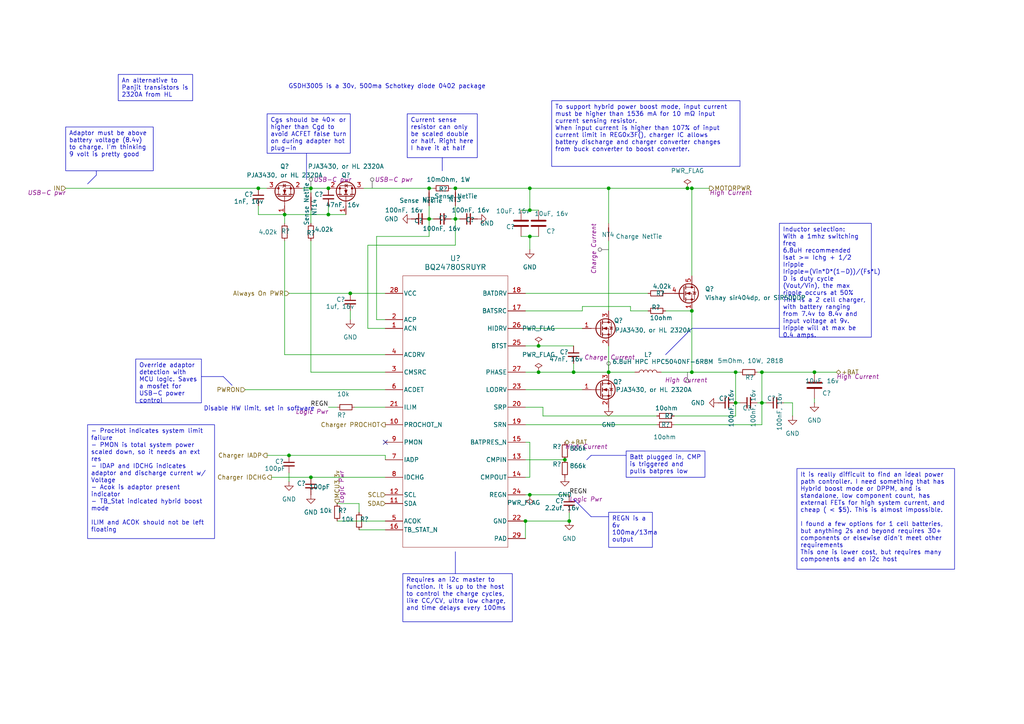
<source format=kicad_sch>
(kicad_sch (version 20231120) (generator "eeschema") (generator_version "8.0")
  (paper "A4")
  (title_block (title "CACKLE 2s 40A PSU & Charger") (date "2024-12-23") (rev "V1") (company "Author: Asher Edwards") (comment 1 "Licensed under CERN-OHL-S"))
  (lib_symbols
    (symbol "BQ24780s:BQ24780SRUYR" (pin_names (offset 0.254))
      (property "Reference" "U4" (at 0 43.18 0))
      (property "Value" "BQ24780SRUYR" (at 0 40.64 0))
      (symbol "BQ24780SRUYR_0_1"
        (polyline (pts (xy -15.24 -40.64) (xy 15.24 -40.64)) (stroke (width 0.1016)))
        (polyline (pts (xy -15.24 38.1) (xy -15.24 -40.64)) (stroke (width 0.1016)))
        (polyline (pts (xy 15.24 -40.64) (xy 15.24 38.1)) (stroke (width 0.1016)))
        (polyline (pts (xy 15.24 38.1) (xy -15.24 38.1)) (stroke (width 0.1016)))
        (pin input line (at -20.32 22.86 0) (length 5.08) (name "ACN") (number "1"))
        (pin output line (at -20.32 -5.08 0) (length 5.08) (name "PROCHOT_N") (number "10"))
        (pin bidirectional line (at -20.32 -27.94 0) (length 5.08) (name "SDA") (number "11"))
        (pin bidirectional line (at -20.32 -25.4 0) (length 5.08) (name "SCL") (number "12"))
        (pin input line (at 20.32 -15.24 180) (length 5.08) (name "CMPIN") (number "13"))
        (pin output line (at 20.32 -20.32 180) (length 5.08) (name "CMPOUT") (number "14"))
        (pin input line (at 20.32 -10.16 180) (length 5.08) (name "BATPRES_N") (number "15"))
        (pin input line (at -20.32 -35.56 0) (length 5.08) (name "TB_STAT_N") (number "16"))
        (pin output line (at 20.32 27.94 180) (length 5.08) (name "BATSRC") (number "17"))
        (pin input line (at 20.32 33.02 180) (length 5.08) (name "BATDRV") (number "18"))
        (pin input line (at 20.32 -5.08 180) (length 5.08) (name "SRN") (number "19"))
        (pin input line (at -20.32 25.4 0) (length 5.08) (name "ACP") (number "2"))
        (pin input line (at 20.32 0 180) (length 5.08) (name "SRP") (number "20"))
        (pin input line (at -20.32 0 0) (length 5.08) (name "ILIM") (number "21"))
        (pin power_in line (at 20.32 -33.02 180) (length 5.08) (name "GND") (number "22"))
        (pin output line (at 20.32 5.08 180) (length 5.08) (name "LODRV") (number "23"))
        (pin power_in line (at 20.32 -25.4 180) (length 5.08) (name "REGN") (number "24"))
        (pin power_in line (at 20.32 17.78 180) (length 5.08) (name "BTST") (number "25"))
        (pin power_in line (at 20.32 10.16 180) (length 5.08) (name "PHASE") (number "27"))
        (pin power_in line (at -20.32 33.02 0) (length 5.08) (name "VCC") (number "28"))
        (pin power_in line (at 20.32 -38.1 180) (length 5.08) (name "PAD") (number "29"))
        (pin input line (at -20.32 10.16 0) (length 5.08) (name "CMSRC") (number "3"))
        (pin output line (at -20.32 15.24 0) (length 5.08) (name "ACDRV") (number "4"))
        (pin output line (at -20.32 -33.02 0) (length 5.08) (name "ACOK") (number "5"))
        (pin input line (at -20.32 5.08 0) (length 5.08) (name "ACDET") (number "6"))
        (pin output line (at -20.32 -15.24 0) (length 5.08) (name "IADP") (number "7"))
        (pin output line (at -20.32 -20.32 0) (length 5.08) (name "IDCHG") (number "8"))
        (pin output line (at -20.32 -10.16 0) (length 5.08) (name "PMON") (number "9"))
      )
      (symbol "BQ24780SRUYR_1_1"
        (pin output line (at 20.32 22.86 180) (length 5.08) (name "HIDRV") (number "26"))
      )
    )
    (symbol "Device:C" (pin_numbers hide) (pin_names (offset 0.254))
      (property "Reference" "C" (at 0.635 2.54 0))
      (property "Value" "C" (at 0.635 -2.54 0))
      (symbol "C_0_1"
        (polyline (pts (xy -2.032 -0.762) (xy 2.032 -0.762)) (stroke (width 0.508)))
        (polyline (pts (xy -2.032 0.762) (xy 2.032 0.762)) (stroke (width 0.508)))
      )
      (symbol "C_1_1"
        (pin passive line (at 0 3.81 270) (length 2.794) (name "~") (number "1"))
        (pin passive line (at 0 -3.81 90) (length 2.794) (name "~") (number "2"))
      )
    )
    (symbol "Device:C_Small" (pin_numbers hide) (pin_names (offset 0.254) hide)
      (property "Reference" "C" (at 0.254 1.778 0))
      (property "Value" "C_Small" (at 0.254 -2.032 0))
      (symbol "C_Small_0_1"
        (polyline (pts (xy -1.524 -0.508) (xy 1.524 -0.508)) (stroke (width 0.3302)))
        (polyline (pts (xy -1.524 0.508) (xy 1.524 0.508)) (stroke (width 0.3048)))
      )
      (symbol "C_Small_1_1"
        (pin passive line (at 0 2.54 270) (length 2.032) (name "~") (number "1"))
        (pin passive line (at 0 -2.54 90) (length 2.032) (name "~") (number "2"))
      )
    )
    (symbol "Device:L" (pin_numbers hide) (pin_names (offset 1.016) hide)
      (property "Reference" "L" (at -1.27 0 90))
      (property "Value" "L" (at 1.905 0 90))
      (symbol "L_0_1"
        (arc (start 0 -2.54) (mid 0.6323 -1.905) (end 0 -1.27))
        (arc (start 0 -1.27) (mid 0.6323 -0.635) (end 0 0))
        (arc (start 0 0) (mid 0.6323 0.635) (end 0 1.27))
        (arc (start 0 1.27) (mid 0.6323 1.905) (end 0 2.54))
      )
      (symbol "L_1_1"
        (pin passive line (at 0 3.81 270) (length 1.27) (name "1") (number "1"))
        (pin passive line (at 0 -3.81 90) (length 1.27) (name "2") (number "2"))
      )
    )
    (symbol "Device:NetTie_2" (pin_numbers hide) (pin_names (offset 0) hide) (in_bom no)
      (property "Reference" "NT" (at 0 1.27 0))
      (property "Value" "NetTie_2" (at 0 -1.27 0))
      (symbol "NetTie_2_0_1"
        (polyline (pts (xy -1.27 0) (xy 1.27 0)) (stroke (width 0.254)))
      )
      (symbol "NetTie_2_1_1"
        (pin passive line (at -2.54 0 0) (length 2.54) (name "1") (number "1"))
        (pin passive line (at 2.54 0 180) (length 2.54) (name "2") (number "2"))
      )
    )
    (symbol "Device:Q_NMOS_GSD" (pin_names (offset 0) hide)
      (property "Reference" "Q" (at 5.08 1.27 0))
      (property "Value" "Q_NMOS_GSD" (at 5.08 -1.27 0))
      (symbol "Q_NMOS_GSD_0_1"
        (polyline (pts (xy 0.254 0) (xy -2.54 0)))
        (polyline (pts (xy 0.254 1.905) (xy 0.254 -1.905)) (stroke (width 0.254)))
        (polyline (pts (xy 0.762 -1.27) (xy 0.762 -2.286)) (stroke (width 0.254)))
        (polyline (pts (xy 0.762 0.508) (xy 0.762 -0.508)) (stroke (width 0.254)))
        (polyline (pts (xy 0.762 2.286) (xy 0.762 1.27)) (stroke (width 0.254)))
        (polyline (pts (xy 2.54 2.54) (xy 2.54 1.778)))
        (polyline (pts (xy 2.54 -2.54) (xy 2.54 0) (xy 0.762 0)))
        (polyline (pts (xy 0.762 -1.778) (xy 3.302 -1.778) (xy 3.302 1.778) (xy 0.762 1.778)))
        (polyline (pts (xy 1.016 0) (xy 2.032 0.381) (xy 2.032 -0.381) (xy 1.016 0)) (fill (type outline)))
        (polyline (pts (xy 2.794 0.508) (xy 2.921 0.381) (xy 3.683 0.381) (xy 3.81 0.254)))
        (polyline (pts (xy 3.302 0.381) (xy 2.921 -0.254) (xy 3.683 -0.254) (xy 3.302 0.381)))
        (circle (center 1.651 0) (radius 2.794) (stroke (width 0.254)))
        (circle (center 2.54 -1.778) (radius 0.254) (fill (type outline)))
        (circle (center 2.54 1.778) (radius 0.254) (fill (type outline)))
      )
      (symbol "Q_NMOS_GSD_1_1"
        (pin input line (at -5.08 0 0) (length 2.54) (name "G") (number "1"))
        (pin passive line (at 2.54 -5.08 90) (length 2.54) (name "S") (number "2"))
        (pin passive line (at 2.54 5.08 270) (length 2.54) (name "D") (number "3"))
      )
    )
    (symbol "Device:R_Small" (pin_numbers hide) (pin_names (offset 0.254) hide)
      (property "Reference" "R" (at 0.762 0.508 0))
      (property "Value" "R_Small" (at 0.762 -1.016 0))
      (symbol "R_Small_0_1"
        (rectangle (start -0.762 1.778) (end 0.762 -1.778) (stroke (width 0.2032)))
      )
      (symbol "R_Small_1_1"
        (pin passive line (at 0 2.54 270) (length 0.762) (name "~") (number "1"))
        (pin passive line (at 0 -2.54 90) (length 0.762) (name "~") (number "2"))
      )
    )
    (symbol "custom_Device:Q_NMOS_SGD_8-pin" (pin_names (offset 0) hide)
      (property "Reference" "Q" (at 6.35 1.2701 0))
      (property "Value" "Q_NMOS_SGD_8-pin" (at 6.35 -1.2699 0))
      (symbol "Q_NMOS_SGD_8-pin_0_1"
        (polyline (pts (xy 0.254 0) (xy -2.54 0)))
        (polyline (pts (xy 0.254 1.905) (xy 0.254 -1.905)) (stroke (width 0.254)))
        (polyline (pts (xy 0.762 -1.27) (xy 0.762 -2.286)) (stroke (width 0.254)))
        (polyline (pts (xy 0.762 0.508) (xy 0.762 -0.508)) (stroke (width 0.254)))
        (polyline (pts (xy 0.762 2.286) (xy 0.762 1.27)) (stroke (width 0.254)))
        (polyline (pts (xy 2.54 2.54) (xy 2.54 1.778)))
        (polyline (pts (xy 2.54 -2.54) (xy 2.54 0) (xy 0.762 0)))
        (polyline (pts (xy 0.762 -1.778) (xy 3.302 -1.778) (xy 3.302 1.778) (xy 0.762 1.778)))
        (polyline (pts (xy 1.016 0) (xy 2.032 0.381) (xy 2.032 -0.381) (xy 1.016 0)) (fill (type outline)))
        (polyline (pts (xy 2.794 0.508) (xy 2.921 0.381) (xy 3.683 0.381) (xy 3.81 0.254)))
        (polyline (pts (xy 3.302 0.381) (xy 2.921 -0.254) (xy 3.683 -0.254) (xy 3.302 0.381)))
        (circle (center 1.651 0) (radius 2.794) (stroke (width 0.254)))
        (circle (center 2.54 -1.778) (radius 0.254) (fill (type outline)))
        (circle (center 2.54 1.778) (radius 0.254) (fill (type outline)))
      )
      (symbol "Q_NMOS_SGD_8-pin_1_1"
        (pin passive line (at 2.54 -5.08 90) (length 2.54) (name "S") (number "1"))
        (pin passive line (at 2.54 -5.08 90) (length 2.54) hide (name "S") (number "2"))
        (pin passive line (at 2.54 -5.08 90) (length 2.54) hide (name "S") (number "3"))
        (pin input line (at -5.08 0 0) (length 5.08) (name "G") (number "4"))
        (pin passive line (at 2.54 5.08 270) (length 2.54) (name "D") (number "5"))
        (pin passive line (at 2.54 5.08 270) (length 2.54) hide (name "D") (number "6"))
        (pin passive line (at 2.54 5.08 270) (length 2.54) hide (name "D") (number "7"))
        (pin passive line (at 2.54 5.08 270) (length 2.54) hide (name "D") (number "8"))
      )
    )
    (symbol "power:GND" (power) (pin_numbers hide) (pin_names (offset 0) hide)
      (property "Value" "GND" (at 0 -3.81 0))
      (symbol "GND_0_1"
        (polyline (pts (xy 0 0) (xy 0 -1.27) (xy 1.27 -1.27) (xy 0 -2.54) (xy -1.27 -1.27) (xy 0 -1.27)))
      )
      (symbol "GND_1_1"
        (pin power_in line (at 0 0 270) (length 0) (name "~") (number "1"))
      )
    )
    (symbol "power:PWR_FLAG" (power) (pin_numbers hide) (pin_names (offset 0) hide)
      (property "Value" "PWR_FLAG" (at 0 3.81 0))
      (symbol "PWR_FLAG_0_0"
        (pin power_out line (at 0 0 90) (length 0) (name "~") (number "1"))
      )
      (symbol "PWR_FLAG_0_1"
        (polyline (pts (xy 0 0) (xy 0 1.27) (xy -1.016 1.905) (xy 0 2.54) (xy 1.016 1.905) (xy 0 1.27)))
      )
    )
  )
  (junction (at 101.6 85.09))
  (junction (at 90.17 54.61))
  (junction (at 95.25 62.23))
  (junction (at 132.08 54.61))
  (junction (at 153.67 68.58))
  (junction (at 220.98 107.95))
  (junction (at 200.66 107.95))
  (junction (at 156.21 107.95))
  (junction (at 95.25 54.61))
  (junction (at 124.46 54.61))
  (junction (at 220.98 116.84))
  (junction (at 74.93 54.61))
  (junction (at 163.83 133.35))
  (junction (at 213.36 107.95))
  (junction (at 132.08 63.5))
  (junction (at 200.66 54.61))
  (junction (at 153.67 54.61))
  (junction (at 82.55 62.23))
  (junction (at 153.67 143.51))
  (junction (at 90.17 138.43))
  (junction (at 156.21 100.33))
  (junction (at 124.46 63.5))
  (junction (at 200.66 90.17))
  (junction (at 176.53 107.95))
  (junction (at 166.37 107.95))
  (junction (at 199.39 54.61))
  (junction (at 176.53 54.61))
  (junction (at 236.22 107.95))
  (junction (at 153.67 60.96))
  (junction (at 165.1 151.13))
  (junction (at 152.4 151.13))
  (junction (at 83.82 132.08))
  (junction (at 213.36 116.84))
  (no_connect (at 111.76 128.27))
  (polyline (pts (xy 58.42 109.22) (xy 64.77 109.22)))
  (polyline (pts (xy 27.94 49.53) (xy 27.94 50.8)))
  (wire (pts (xy 236.22 115.57) (xy 236.22 116.84)))
  (wire (pts (xy 153.67 138.43) (xy 153.67 128.27)))
  (wire (pts (xy 152.4 100.33) (xy 156.21 100.33)))
  (polyline (pts (xy 132.08 160.02) (xy 132.08 166.37)))
  (wire (pts (xy 200.66 90.17) (xy 200.66 107.95)))
  (wire (pts (xy 157.48 120.65) (xy 190.5 120.65)))
  (wire (pts (xy 124.46 63.5) (xy 124.46 68.58)))
  (wire (pts (xy 227.33 116.84) (xy 229.87 116.84)))
  (wire (pts (xy 153.67 54.61) (xy 132.08 54.61)))
  (wire (pts (xy 153.67 68.58) (xy 156.21 68.58)))
  (wire (pts (xy 152.4 156.21) (xy 152.4 151.13)))
  (wire (pts (xy 229.87 120.65) (xy 229.87 116.84)))
  (wire (pts (xy 104.14 153.67) (xy 111.76 153.67)))
  (wire (pts (xy 152.4 85.09) (xy 187.96 85.09)))
  (wire (pts (xy 109.22 68.58) (xy 109.22 92.71)))
  (polyline (pts (xy 64.77 109.22) (xy 67.31 111.76)))
  (wire (pts (xy 105.41 54.61) (xy 124.46 54.61)))
  (wire (pts (xy 106.68 71.12) (xy 132.08 71.12)))
  (wire (pts (xy 124.46 54.61) (xy 125.73 54.61)))
  (wire (pts (xy 90.17 138.43) (xy 111.76 138.43)))
  (wire (pts (xy 151.13 60.96) (xy 153.67 60.96)))
  (polyline (pts (xy 166.37 144.78) (xy 171.45 149.86)))
  (wire (pts (xy 157.48 118.11) (xy 157.48 120.65)))
  (wire (pts (xy 82.55 102.87) (xy 111.76 102.87)))
  (wire (pts (xy 176.53 100.33) (xy 176.53 107.95)))
  (polyline (pts (xy 193.04 102.87) (xy 200.66 95.25)))
  (wire (pts (xy 19.05 54.61) (xy 74.93 54.61)))
  (wire (pts (xy 130.81 54.61) (xy 132.08 54.61)))
  (polyline (pts (xy 181.61 132.08) (xy 171.45 132.08)))
  (polyline (pts (xy 176.53 149.86) (xy 171.45 149.86)))
  (wire (pts (xy 176.53 90.17) (xy 176.53 69.85)))
  (wire (pts (xy 132.08 63.5) (xy 132.08 71.12)))
  (wire (pts (xy 74.93 62.23) (xy 82.55 62.23)))
  (wire (pts (xy 220.98 107.95) (xy 236.22 107.95)))
  (wire (pts (xy 152.4 95.25) (xy 168.91 95.25)))
  (wire (pts (xy 176.53 54.61) (xy 199.39 54.61)))
  (wire (pts (xy 90.17 69.85) (xy 90.17 107.95)))
  (wire (pts (xy 111.76 133.35) (xy 111.76 132.08)))
  (wire (pts (xy 152.4 107.95) (xy 156.21 107.95)))
  (wire (pts (xy 132.08 59.69) (xy 132.08 63.5)))
  (wire (pts (xy 83.82 132.08) (xy 111.76 132.08)))
  (wire (pts (xy 152.4 113.03) (xy 168.91 113.03)))
  (wire (pts (xy 156.21 107.95) (xy 166.37 107.95)))
  (wire (pts (xy 219.71 116.84) (xy 220.98 116.84)))
  (wire (pts (xy 74.93 54.61) (xy 77.47 54.61)))
  (wire (pts (xy 205.74 54.61) (xy 200.66 54.61)))
  (wire (pts (xy 195.58 123.19) (xy 220.98 123.19)))
  (wire (pts (xy 182.88 88.9) (xy 182.88 90.17)))
  (wire (pts (xy 213.36 107.95) (xy 213.36 116.84)))
  (wire (pts (xy 101.6 85.09) (xy 111.76 85.09)))
  (wire (pts (xy 220.98 123.19) (xy 220.98 116.84)))
  (wire (pts (xy 184.15 107.95) (xy 176.53 107.95)))
  (wire (pts (xy 153.67 143.51) (xy 165.1 143.51)))
  (wire (pts (xy 152.4 138.43) (xy 153.67 138.43)))
  (wire (pts (xy 151.13 68.58) (xy 153.67 68.58)))
  (wire (pts (xy 193.04 90.17) (xy 200.66 90.17)))
  (wire (pts (xy 71.12 113.03) (xy 111.76 113.03)))
  (wire (pts (xy 168.91 88.9) (xy 168.91 90.17)))
  (wire (pts (xy 176.53 64.77) (xy 176.53 54.61)))
  (wire (pts (xy 200.66 54.61) (xy 199.39 54.61)))
  (wire (pts (xy 83.82 137.16) (xy 83.82 139.7)))
  (wire (pts (xy 153.67 68.58) (xy 153.67 72.39)))
  (wire (pts (xy 195.58 120.65) (xy 213.36 120.65)))
  (wire (pts (xy 104.14 148.59) (xy 104.14 146.05)))
  (wire (pts (xy 130.81 63.5) (xy 132.08 63.5)))
  (wire (pts (xy 191.77 107.95) (xy 200.66 107.95)))
  (wire (pts (xy 101.6 90.17) (xy 101.6 92.71)))
  (wire (pts (xy 153.67 54.61) (xy 176.53 54.61)))
  (wire (pts (xy 77.47 132.08) (xy 83.82 132.08)))
  (wire (pts (xy 95.25 62.23) (xy 100.33 62.23)))
  (polyline (pts (xy 170.18 133.35) (xy 171.45 132.08)))
  (wire (pts (xy 152.4 133.35) (xy 163.83 133.35)))
  (wire (pts (xy 124.46 63.5) (xy 125.73 63.5)))
  (wire (pts (xy 152.4 118.11) (xy 157.48 118.11)))
  (polyline (pts (xy 226.06 95.25) (xy 200.66 95.25)))
  (wire (pts (xy 200.66 107.95) (xy 213.36 107.95)))
  (wire (pts (xy 95.25 59.69) (xy 95.25 62.23)))
  (wire (pts (xy 109.22 92.71) (xy 111.76 92.71)))
  (wire (pts (xy 87.63 54.61) (xy 90.17 54.61)))
  (wire (pts (xy 168.91 90.17) (xy 152.4 90.17)))
  (wire (pts (xy 82.55 62.23) (xy 95.25 62.23)))
  (wire (pts (xy 213.36 107.95) (xy 214.63 107.95)))
  (wire (pts (xy 213.36 116.84) (xy 214.63 116.84)))
  (wire (pts (xy 83.82 85.09) (xy 101.6 85.09)))
  (wire (pts (xy 152.4 123.19) (xy 190.5 123.19)))
  (wire (pts (xy 152.4 143.51) (xy 153.67 143.51)))
  (wire (pts (xy 111.76 95.25) (xy 106.68 95.25)))
  (wire (pts (xy 82.55 69.85) (xy 82.55 102.87)))
  (wire (pts (xy 168.91 88.9) (xy 182.88 88.9)))
  (wire (pts (xy 219.71 107.95) (xy 220.98 107.95)))
  (wire (pts (xy 90.17 60.96) (xy 90.17 64.77)))
  (wire (pts (xy 124.46 68.58) (xy 109.22 68.58)))
  (wire (pts (xy 213.36 120.65) (xy 213.36 116.84)))
  (wire (pts (xy 153.67 60.96) (xy 153.67 54.61)))
  (wire (pts (xy 166.37 107.95) (xy 176.53 107.95)))
  (wire (pts (xy 220.98 116.84) (xy 222.25 116.84)))
  (wire (pts (xy 97.79 151.13) (xy 111.76 151.13)))
  (wire (pts (xy 111.76 107.95) (xy 90.17 107.95)))
  (wire (pts (xy 152.4 151.13) (xy 165.1 151.13)))
  (wire (pts (xy 95.25 118.11) (xy 97.79 118.11)))
  (wire (pts (xy 90.17 54.61) (xy 90.17 55.88)))
  (polyline (pts (xy 88.9 44.45) (xy 88.9 52.07)))
  (wire (pts (xy 156.21 100.33) (xy 166.37 100.33)))
  (wire (pts (xy 152.4 128.27) (xy 153.67 128.27)))
  (wire (pts (xy 97.79 146.05) (xy 104.14 146.05)))
  (wire (pts (xy 220.98 107.95) (xy 220.98 116.84)))
  (wire (pts (xy 236.22 107.95) (xy 242.57 107.95)))
  (wire (pts (xy 166.37 107.95) (xy 166.37 105.41)))
  (wire (pts (xy 200.66 54.61) (xy 200.66 80.01)))
  (wire (pts (xy 132.08 63.5) (xy 133.35 63.5)))
  (wire (pts (xy 74.93 59.69) (xy 74.93 62.23)))
  (polyline (pts (xy 128.27 45.72) (xy 128.27 49.53)))
  (wire (pts (xy 78.74 138.43) (xy 90.17 138.43)))
  (wire (pts (xy 102.87 118.11) (xy 111.76 118.11)))
  (wire (pts (xy 90.17 54.61) (xy 95.25 54.61)))
  (polyline (pts (xy 25.4 53.34) (xy 27.94 50.8)))
  (wire (pts (xy 124.46 59.69) (xy 124.46 63.5)))
  (wire (pts (xy 82.55 62.23) (xy 82.55 64.77)))
  (wire (pts (xy 106.68 95.25) (xy 106.68 71.12)))
  (wire (pts (xy 153.67 60.96) (xy 156.21 60.96)))
  (wire (pts (xy 165.1 148.59) (xy 165.1 151.13)))
  (wire (pts (xy 182.88 90.17) (xy 187.96 90.17)))
  (text_box "To support hybrid power boost mode, input current must be higher than 1536 mA for 10 mΩ input current sensing resistor.\nWhen input current is higher than 107% of input current limit in REG0x3F(), charger IC allows\nbattery discharge and charger converter changes from buck converter to boost converter." (at 160.02 29.21 0) (size 54.61 19.05) (effects (font (size 1.27 1.27)) (justify left top)))
  (text_box "Batt plugged in, CMP is triggered and pulls batpres low" (at 181.61 130.81 0) (size 22.86 7.62) (effects (font (size 1.27 1.27)) (justify left top)))
  (text_box "Inductor selection:\nWith a 1mhz switching freq \n6.8uH recommended\nIsat >= Ichg + 1/2 Iripple\nIripple=(Vin*D*(1-D))/(Fs*L)\nD is duty cycle (Vout/Vin), the max ripple occurs at 50%\nThis is a 2 cell charger, with battery ranging from 7.4v to 8.4v and input voltage at 9v.\nIripple will at max be 0.4 amps." (at 226.06 64.77 0) (size 26.67 33.02) (effects (font (size 1.27 1.27)) (justify left top)))
  (text_box "It is really difficult to find an ideal power path controller. I need something that has Hybrid boost mode or DPPM, and is standalone, low component count, has external FETs for high system current, and cheap ( < $5). This is almost impossible. \n\nI found a few options for 1 cell batteries, but anything 2s and beyond requires 30+ components or elsewise didn't meet other requirements\nThis one is lower cost, but requires many components and an i2c host" (at 231.14 135.89 0) (size 45.72 29.21) (effects (font (size 1.27 1.27)) (justify left top)))
  (text_box "Requires an i2c master to function. It is up to the host to control the charge cycles, like CC/CV, ultra low charge, and time delays every 100ms" (at 116.84 166.37 0) (size 31.75 13.97) (effects (font (size 1.27 1.27)) (justify left top)))
  (text_box "Cgs should be 40× or higher than Cgd to avoid ACFET false turn on during adapter hot plug-in" (at 77.47 33.02 0) (size 24.13 11.43) (effects (font (size 1.27 1.27)) (justify left top)))
  (text_box "Current sense resistor can only be scaled double or half. Right here I have it at half" (at 118.11 33.02 0) (size 20.32 12.7) (effects (font (size 1.27 1.27)) (justify left top)))
  (text_box "Override adaptor detection with MCU logic. Saves a mosfet for USB-C power control" (at 39.37 104.14 0) (size 19.05 12.7) (effects (font (size 1.27 1.27)) (justify left top)))
  (text_box "Adaptor must be above battery voltage (8.4v) to charge. I'm thinking 9 volt is pretty good" (at 19.05 36.83 0) (size 25.4 12.7) (effects (font (size 1.27 1.27)) (justify left top)))
  (text_box "REGN is a 6v 100ma/13ma output" (at 176.53 148.59 0) (size 12.7 10.16) (effects (font (size 1.27 1.27)) (justify left top)))
  (text_box "An alternative to Panjit transistors is 2320A from HL" (at 34.29 21.59 0) (size 21.59 7.62) (effects (font (size 1.27 1.27)) (justify left top)))
  (text_box "- ProcHot indicates system limit failure\n- PMON is total system power scaled down, so it needs an ext res\n- IDAP and IDCHG indicates adaptor and discharge current w/ Voltage\n- Acok is adaptor present indicator\n- TB_Stat indicated hybrid boost mode\n\nILIM and ACOK should not be left floating " (at 25.4 123.19 0) (size 36.83 33.02) (effects (font (size 1.27 1.27)) (justify left top)))
  (text "GSDH3005 is a 30v, 500ma Schotkey diode 0402 package" (at 112.268 25.146 0) (effects (font (size 1.27 1.27))))
  (text "Disable HW limit, set in software" (at 75.184 118.618 0) (effects (font (size 1.27 1.27))))
  (label "REGN" (at 165.1 143.51 0) (property "Netclass" "Logic Pwr" (at 165.1 144.78 0) (effects (font (italic yes)) (justify left))))
  (label "REGN" (at 95.25 118.11 180) (property "Netclass" "Logic Pwr" (at 95.25 119.38 0) (effects (font (italic yes)) (justify right))))
  (hierarchical_label "SDA" (shape input) (at 111.76 146.05 180))
  (hierarchical_label "MOTORPWR" (shape output) (at 205.74 54.61 0) (property "Netclass" "High Current" (at 205.74 55.88 0) (effects (font (italic yes)) (justify left))))
  (hierarchical_label "Charger IADP" (shape output) (at 77.47 132.08 180))
  (hierarchical_label "IN" (shape input) (at 19.05 54.61 180) (property "Netclass" "USB-C pwr" (at 19.05 55.88 0) (effects (font (italic yes)) (justify right))))
  (hierarchical_label "Charger PROCHOT" (shape output) (at 111.76 123.19 180))
  (hierarchical_label "+BAT" (shape bidirectional) (at 242.57 107.95 0) (property "Netclass" "High Current" (at 242.57 109.22 0) (effects (font (italic yes)) (justify left))))
  (hierarchical_label "SCL" (shape input) (at 111.76 143.51 180))
  (hierarchical_label "Charger IDCHG" (shape output) (at 78.74 138.43 180))
  (hierarchical_label "PWRON" (shape input) (at 71.12 113.03 180))
  (hierarchical_label "+BAT" (shape bidirectional) (at 163.83 128.27 0) (property "Netclass" "High Current" (at 163.83 129.54 0) (effects (font (italic yes)) (justify left))))
  (hierarchical_label "MCU3.3v" (shape input) (at 97.79 146.05 90) (property "Netclass" "Logic Pwr" (at 99.06 146.05 90) (effects (font (italic yes)) (justify left))))
  (hierarchical_label "Always On PWR" (shape input) (at 83.82 85.09 180))
  (netclass_flag "" (length 2.54) (shape round) (at 176.53 72.39 90) (property "Netclass" "Charge Current" (at 172.212 79.502 90) (effects (font (italic yes)) (justify left))))
  (netclass_flag "" (length 2.54) (shape round) (at 107.95 54.61 0) (property "Netclass" "USB-C pwr" (at 108.6485 52.07 0) (effects (font (italic yes)) (justify left))))
  (netclass_flag "" (length 2.54) (shape round) (at 176.53 107.95 0) (property "Netclass" "Charge Current" (at 169.418 103.632 0) (effects (font (italic yes)) (justify left))))
  (netclass_flag "" (length 2.54) (shape round) (at 199.39 107.95 180) (property "Netclass" "High Current" (at 192.786 110.236 0) (effects (font (italic yes)) (justify left))))
  (netclass_flag "" (length 2.54) (shape round) (at 90.17 54.61 0) (property "Netclass" "USB-C pwr" (at 90.8685 52.07 0) (effects (font (italic yes)) (justify left))))
  (symbol (lib_id "Device:Q_NMOS_GSD") (at 173.99 113.03 0) (unit 1)
    (property "Reference" "Q?" (at 177.8 110.744 0) (effects (justify left)))
    (property "Value" "PJA3430, or HL 2320A" (at 178.562 113.03 0) (effects (justify left)))
    (property "Footprint" "Package_TO_SOT_SMD:SC-59" (effects (hide yes)))
    (property "Description" "N-MOSFET transistor, gate/source/drain" (effects (hide yes)))
    (property "Sim.Device" "NMOS" (effects (hide yes)))
    (property "Sim.Type" "VDMOS" (effects (hide yes)))
    (property "Sim.Pins" "1=D 2=G 3=S" (effects (hide yes)))
    (property "Rotation Offset" "180" (effects (hide yes)))
  )
  (symbol (lib_id "Device:R_Small") (at 193.04 123.19 270) (unit 1)
    (property "Reference" "R?" (at 193.04 123.19 90))
    (property "Value" "10ohm" (at 192.786 126.746 90))
    (property "Footprint" "Resistor_SMD:R_0402_1005Metric" (effects (hide yes)))
    (property "Description" "Resistor, small symbol" (effects (hide yes)))
  )
  (symbol (lib_id "power:GND") (at 101.6 92.71 0) (unit 1)
    (property "Reference" "#PWR?" (effects (hide yes)))
    (property "Value" "GND" (at 101.6 97.79 0))
    (property "Description" "Power symbol creates a global label with name \"GND\" , ground" (effects (hide yes)))
  )
  (symbol (lib_id "Device:C_Small") (at 95.25 57.15 0) (unit 1)
    (property "Reference" "C?" (at 91.186 56.388 0) (effects (justify left)))
    (property "Value" "47nF, 16v" (at 94.488 59.436 0) (effects (justify left)))
    (property "Footprint" "Capacitor_SMD:C_0603_1608Metric" (effects (hide yes)))
    (property "Description" "Unpolarized capacitor, small symbol" (effects (hide yes)))
  )
  (symbol (lib_id "power:GND") (at 83.82 139.7 0) (unit 1)
    (property "Reference" "#PWR?" (effects (hide yes)))
    (property "Value" "GND" (at 83.82 144.78 0))
    (property "Description" "Power symbol creates a global label with name \"GND\" , ground" (effects (hide yes)))
  )
  (symbol (lib_id "Device:R_Small") (at 163.83 135.89 180) (unit 1)
    (property "Reference" "R?" (at 161.544 134.62 0))
    (property "Value" "866k" (at 167.64 135.128 0))
    (property "Footprint" "Resistor_SMD:R_0402_1005Metric" (effects (hide yes)))
    (property "Description" "Resistor, small symbol" (effects (hide yes)))
  )
  (symbol (lib_id "Device:R_Small") (at 217.17 107.95 270) (unit 1)
    (property "Reference" "R?" (at 217.424 109.474 90))
    (property "Value" "5mOhm, 10W, 2818" (at 217.678 104.648 90))
    (property "Footprint" "custom_Passives:R_Vishay_2818" (effects (hide yes)))
    (property "Description" "Resistor, small symbol" (effects (hide yes)))
  )
  (symbol (lib_id "power:GND") (at 163.83 138.43 0) (unit 1)
    (property "Reference" "#PWR017" (effects (hide yes)))
    (property "Value" "GND" (at 163.83 143.51 0))
    (property "Description" "Power symbol creates a global label with name \"GND\" , ground" (effects (hide yes)))
  )
  (symbol (lib_id "Device:C_Small") (at 224.79 116.84 90) (unit 1)
    (property "Reference" "C?" (at 225.044 115.57 90) (effects (justify left)))
    (property "Value" "100nF, 16v" (at 226.06 124.968 0) (effects (justify left)))
    (property "Footprint" "Capacitor_SMD:C_0402_1005Metric" (effects (hide yes)))
    (property "Description" "Unpolarized capacitor, small symbol" (effects (hide yes)))
  )
  (symbol (lib_id "power:PWR_FLAG") (at 199.39 54.61 0) (unit 1)
    (property "Reference" "#FLG?" (effects (hide yes)))
    (property "Value" "PWR_FLAG" (at 199.39 49.53 0))
    (property "Description" "Special symbol for telling ERC where power comes from" (effects (hide yes)))
  )
  (symbol (lib_id "power:GND") (at 208.28 116.84 270) (unit 1)
    (property "Reference" "#PWR?" (effects (hide yes)))
    (property "Value" "GND" (at 204.47 116.8399 90) (effects (justify right)))
    (property "Description" "Power symbol creates a global label with name \"GND\" , ground" (effects (hide yes)))
  )
  (symbol (lib_id "power:GND") (at 90.17 143.51 0) (unit 1)
    (property "Reference" "#PWR?" (effects (hide yes)))
    (property "Value" "GND" (at 90.17 148.59 0))
    (property "Description" "Power symbol creates a global label with name \"GND\" , ground" (effects (hide yes)))
  )
  (symbol (lib_id "Device:C_Small") (at 217.17 116.84 90) (unit 1)
    (property "Reference" "C?" (at 217.932 118.364 90) (effects (justify left)))
    (property "Value" "100nF, 16v" (at 218.44 123.952 0) (effects (justify left)))
    (property "Footprint" "Capacitor_SMD:C_0402_1005Metric" (effects (hide yes)))
    (property "Description" "Unpolarized capacitor, small symbol" (effects (hide yes)))
  )
  (symbol (lib_id "Device:C_Small") (at 166.37 102.87 0) (unit 1)
    (property "Reference" "C?" (at 162.306 102.108 0) (effects (justify left)))
    (property "Value" "47nF, 16v" (at 159.258 104.14 0) (effects (justify left)))
    (property "Footprint" "Capacitor_SMD:C_0603_1608Metric" (effects (hide yes)))
    (property "Description" "Unpolarized capacitor, small symbol" (effects (hide yes)))
  )
  (symbol (lib_id "Device:R_Small") (at 193.04 120.65 270) (unit 1)
    (property "Reference" "R?" (at 194.056 120.65 90))
    (property "Value" "10ohm" (at 193.294 118.364 90))
    (property "Footprint" "Resistor_SMD:R_0402_1005Metric" (effects (hide yes)))
    (property "Description" "Resistor, small symbol" (effects (hide yes)))
  )
  (symbol (lib_id "Device:C_Small") (at 128.27 63.5 90) (unit 1)
    (property "Reference" "C?" (at 129.794 63.246 90) (effects (justify left)))
    (property "Value" "100nF, 16v" (at 133.604 66.294 90) (effects (justify left)))
    (property "Footprint" "Capacitor_SMD:C_0402_1005Metric" (effects (hide yes)))
    (property "Description" "Unpolarized capacitor, small symbol" (effects (hide yes)))
  )
  (symbol (lib_id "Device:R_Small") (at 190.5 85.09 270) (unit 1)
    (property "Reference" "R?" (at 191.516 85.09 90))
    (property "Value" "4.02k" (at 192.024 83.058 90))
    (property "Footprint" "Resistor_SMD:R_0402_1005Metric" (effects (hide yes)))
    (property "Description" "Resistor, small symbol" (effects (hide yes)))
  )
  (symbol (lib_id "Device:C_Small") (at 135.89 63.5 90) (unit 1)
    (property "Reference" "C?" (at 137.668 63.754 90) (effects (justify left)))
    (property "Value" "100nF, 16v" (at 141.986 60.96 90) (effects (justify left)))
    (property "Footprint" "Capacitor_SMD:C_0402_1005Metric" (effects (hide yes)))
    (property "Description" "Unpolarized capacitor, small symbol" (effects (hide yes)))
  )
  (symbol (lib_id "Device:C_Small") (at 121.92 63.5 90) (unit 1)
    (property "Reference" "C?" (at 122.682 64.008 90) (effects (justify left)))
    (property "Value" "100nF, 16v" (at 122.682 60.96 90) (effects (justify left)))
    (property "Footprint" "Capacitor_SMD:C_0402_1005Metric" (effects (hide yes)))
    (property "Description" "Unpolarized capacitor, small symbol" (effects (hide yes)))
  )
  (symbol (lib_id "custom_Device:Q_NMOS_SGD_8-pin") (at 198.12 85.09 0) (unit 1)
    (property "Reference" "Q?" (at 204.47 83.8199 0) (effects (justify left)))
    (property "Value" "Vishay sir404dp, or SiR500DP" (at 204.47 86.3599 0) (effects (justify left)))
    (property "Footprint" "Package_DFN_QFN:PQFN-8-EP_6x5mm_P1.27mm_Generic" (effects (hide yes)))
    (property "Description" "N-MOSFET transistor, source/gate/drain" (effects (hide yes)))
    (property "Sim.Device" "NMOS" (effects (hide yes)))
    (property "Sim.Type" "VDMOS" (effects (hide yes)))
    (property "Sim.Pins" "1,2,3=S 4=G 5,6,7,8=D" (effects (hide yes)))
    (property "Rotation Offset" "270" (effects (hide yes)))
    (property "LCSC" "C3289487" (effects (hide yes)))
  )
  (symbol (lib_id "power:PWR_FLAG") (at 156.21 100.33 0) (unit 1)
    (property "Reference" "#FLG?" (effects (hide yes)))
    (property "Value" "PWR_FLAG" (at 156.21 95.25 0))
    (property "Description" "Special symbol for telling ERC where power comes from" (effects (hide yes)))
  )
  (symbol (lib_id "Device:NetTie_2") (at 90.17 58.42 90) (unit 1) (in_bom no)
    (property "Reference" "NT14" (at 91.186 57.658 0) (effects (justify right)))
    (property "Value" "Sense NetTie" (at 88.9 52.832 0) (effects (justify right)))
    (property "Footprint" "custom_Connector:NetTie-2_SMD_Pad0.2mm" (effects (hide yes)))
    (property "Description" "Net tie, 2 pins" (effects (hide yes)))
  )
  (symbol (lib_id "Device:R_Small") (at 128.27 54.61 270) (unit 1)
    (property "Reference" "R?" (at 128.524 54.864 90))
    (property "Value" "10mOhm, 1W" (at 130.048 52.07 90))
    (property "Footprint" "Resistor_SMD:R_1206_3216Metric" (effects (hide yes)))
    (property "Description" "Resistor, small symbol" (effects (hide yes)))
  )
  (symbol (lib_id "Device:R_Small") (at 163.83 130.81 180) (unit 1)
    (property "Reference" "R?" (at 161.544 129.54 0))
    (property "Value" "866k" (at 167.64 130.048 0))
    (property "Footprint" "Resistor_SMD:R_0402_1005Metric" (effects (hide yes)))
    (property "Description" "Resistor, small symbol" (effects (hide yes)))
  )
  (symbol (lib_id "power:GND") (at 176.53 118.11 0) (unit 1)
    (property "Reference" "#PWR012" (effects (hide yes)))
    (property "Value" "GND" (at 176.53 123.19 0))
    (property "Description" "Power symbol creates a global label with name \"GND\" , ground" (effects (hide yes)))
  )
  (symbol (lib_id "Device:R_Small") (at 90.17 67.31 180) (unit 1)
    (property "Reference" "R?" (at 90.17 67.564 0))
    (property "Value" "4.02k" (at 93.98 66.548 0))
    (property "Footprint" "Resistor_SMD:R_0402_1005Metric" (effects (hide yes)))
    (property "Description" "Resistor, small symbol" (effects (hide yes)))
  )
  (symbol (lib_id "power:GND") (at 236.22 116.84 0) (unit 1)
    (property "Reference" "#PWR010" (effects (hide yes)))
    (property "Value" "GND" (at 236.22 121.92 0))
    (property "Description" "Power symbol creates a global label with name \"GND\" , ground" (effects (hide yes)))
  )
  (symbol (lib_id "Device:Q_NMOS_GSD") (at 173.99 95.25 0) (unit 1)
    (property "Reference" "Q?" (at 178.054 92.964 0) (effects (justify left)))
    (property "Value" "PJA3430, or HL 2320A" (at 178.308 95.758 0) (effects (justify left)))
    (property "Footprint" "Package_TO_SOT_SMD:SC-59" (effects (hide yes)))
    (property "Description" "N-MOSFET transistor, gate/source/drain" (effects (hide yes)))
    (property "Sim.Device" "NMOS" (effects (hide yes)))
    (property "Sim.Type" "VDMOS" (effects (hide yes)))
    (property "Sim.Pins" "1=D 2=G 3=S" (effects (hide yes)))
    (property "Rotation Offset" "180" (effects (hide yes)))
  )
  (symbol (lib_id "Device:Q_NMOS_GSD") (at 100.33 57.15 270) (mirror x) (unit 1)
    (property "Reference" "Q?" (at 100.33 50.8 90))
    (property "Value" "PJA3430, or HL 2320A" (at 100.33 48.26 90))
    (property "Footprint" "Package_TO_SOT_SMD:SC-59" (effects (hide yes)))
    (property "Description" "N-MOSFET transistor, gate/source/drain" (effects (hide yes)))
    (property "Sim.Device" "NMOS" (effects (hide yes)))
    (property "Sim.Type" "VDMOS" (effects (hide yes)))
    (property "Sim.Pins" "1=D 2=G 3=S" (effects (hide yes)))
    (property "Rotation Offset" "180" (effects (hide yes)))
  )
  (symbol (lib_id "Device:L") (at 187.96 107.95 90) (unit 1)
    (property "Reference" "L?" (at 187.96 102.87 90))
    (property "Value" "6.8uH HPC HPC5040NF-6R8M" (at 192.278 104.902 90))
    (property "Footprint" "Inductor_SMD:L_Bourns_SDR0604" (effects (hide yes)))
    (property "Description" "Inductor" (effects (hide yes)))
    (property "Rotation Offset" "90" (effects (hide yes)))
  )
  (symbol (lib_id "Device:C") (at 156.21 64.77 180) (unit 1)
    (property "Reference" "C?" (at 161.036 67.056 0) (effects (justify left)))
    (property "Value" "10uF, 16v" (at 164.846 61.976 0) (effects (justify left)))
    (property "Footprint" "Capacitor_SMD:C_0805_2012Metric" (effects (hide yes)))
    (property "Description" "Unpolarized capacitor" (effects (hide yes)))
  )
  (symbol (lib_id "Device:R_Small") (at 82.55 67.31 180) (unit 1)
    (property "Reference" "R?" (at 82.804 67.056 0))
    (property "Value" "4.02k" (at 77.724 67.31 0))
    (property "Footprint" "Resistor_SMD:R_0402_1005Metric" (effects (hide yes)))
    (property "Description" "Resistor, small symbol" (effects (hide yes)))
  )
  (symbol (lib_id "Device:C_Small") (at 74.93 57.15 0) (unit 1)
    (property "Reference" "C?" (at 70.866 56.388 0) (effects (justify left)))
    (property "Value" "1nF, 16v" (at 67.818 58.42 0) (effects (justify left)))
    (property "Footprint" "Capacitor_SMD:C_0402_1005Metric" (effects (hide yes)))
    (property "Description" "Unpolarized capacitor, small symbol" (effects (hide yes)))
  )
  (symbol (lib_id "Device:R_Small") (at 190.5 90.17 270) (unit 1)
    (property "Reference" "R?" (at 190.246 89.154 90))
    (property "Value" "10ohm" (at 191.77 92.202 90))
    (property "Footprint" "Resistor_SMD:R_0402_1005Metric" (effects (hide yes)))
    (property "Description" "Resistor, small symbol" (effects (hide yes)))
  )
  (symbol (lib_id "Device:C") (at 236.22 111.76 180) (unit 1)
    (property "Reference" "C?" (at 241.046 114.046 0) (effects (justify left)))
    (property "Value" "10uF, 16v" (at 243.332 110.49 0) (effects (justify left)))
    (property "Footprint" "Capacitor_SMD:C_0805_2012Metric" (effects (hide yes)))
    (property "Description" "Unpolarized capacitor" (effects (hide yes)))
  )
  (symbol (lib_id "Device:NetTie_2") (at 132.08 57.15 90) (unit 1) (in_bom no)
    (property "Reference" "NT3" (at 130.048 57.912 90) (effects (justify right)))
    (property "Value" "Sense NetTie" (at 125.984 56.896 90) (effects (justify right)))
    (property "Footprint" "custom_Connector:NetTie-2_SMD_Pad0.2mm" (effects (hide yes)))
    (property "Description" "Net tie, 2 pins" (effects (hide yes)))
  )
  (symbol (lib_id "Device:C_Small") (at 90.17 140.97 0) (unit 1)
    (property "Reference" "C?" (at 86.106 140.208 0) (effects (justify left)))
    (property "Value" "100pF" (at 89.662 141.224 0) (effects (justify left)))
    (property "Footprint" "Capacitor_SMD:C_0402_1005Metric" (effects (hide yes)))
    (property "Description" "Unpolarized capacitor, small symbol" (effects (hide yes)))
  )
  (symbol (lib_id "Device:Q_NMOS_GSD") (at 82.55 57.15 90) (unit 1)
    (property "Reference" "Q?" (at 82.55 48.26 90))
    (property "Value" "PJA3430, or HL 2320A" (at 82.55 50.8 90))
    (property "Footprint" "Package_TO_SOT_SMD:SC-59" (effects (hide yes)))
    (property "Description" "N-MOSFET transistor, gate/source/drain" (effects (hide yes)))
    (property "Sim.Device" "NMOS" (effects (hide yes)))
    (property "Sim.Type" "VDMOS" (effects (hide yes)))
    (property "Sim.Pins" "1=D 2=G 3=S" (effects (hide yes)))
    (property "Rotation Offset" "180" (effects (hide yes)))
  )
  (symbol (lib_id "Device:R_Small") (at 100.33 118.11 270) (unit 1)
    (property "Reference" "R?" (at 99.06 120.396 90))
    (property "Value" "10k" (at 99.568 114.3 90))
    (property "Footprint" "Resistor_SMD:R_0402_1005Metric" (effects (hide yes)))
    (property "Description" "Resistor, small symbol" (effects (hide yes)))
  )
  (symbol (lib_id "Device:R_Small") (at 104.14 151.13 0) (unit 1)
    (property "Reference" "R?" (at 105.664 150.622 0))
    (property "Value" "10k" (at 100.838 150.622 0))
    (property "Footprint" "Resistor_SMD:R_0402_1005Metric" (effects (hide yes)))
    (property "Description" "Resistor, small symbol" (effects (hide yes)))
  )
  (symbol (lib_id "power:GND") (at 165.1 151.13 0) (unit 1)
    (property "Reference" "#PWR014" (effects (hide yes)))
    (property "Value" "GND" (at 165.1 156.21 0))
    (property "Description" "Power symbol creates a global label with name \"GND\" , ground" (effects (hide yes)))
  )
  (symbol (lib_id "Device:C_Small") (at 83.82 134.62 0) (unit 1)
    (property "Reference" "C?" (at 79.756 133.858 0) (effects (justify left)))
    (property "Value" "100pF" (at 76.708 135.89 0) (effects (justify left)))
    (property "Footprint" "Capacitor_SMD:C_0402_1005Metric" (effects (hide yes)))
    (property "Description" "Unpolarized capacitor, small symbol" (effects (hide yes)))
  )
  (symbol (lib_id "Device:NetTie_2") (at 176.53 67.31 90) (unit 1) (in_bom no)
    (property "Reference" "NT4" (at 174.498 68.072 90) (effects (justify right)))
    (property "Value" "Charge NetTie" (at 178.562 68.58 90) (effects (justify right)))
    (property "Footprint" "custom_Connector:NetTie-2_SMD_Pad0.8mm" (effects (hide yes)))
    (property "Description" "Net tie, 2 pins" (effects (hide yes)))
  )
  (symbol (lib_id "BQ24780s:BQ24780SRUYR") (at 132.08 118.11 0) (unit 1)
    (property "Reference" "U?" (at 132.08 74.93 0) (effects (font (size 1.524 1.524))))
    (property "Value" "BQ24780SRUYR" (at 132.08 77.47 0) (effects (font (size 1.524 1.524))))
    (property "Footprint" "BQ24780:RUY0028A" (effects (hide yes)))
    (property "Datasheet" "BQ24780SRUYR" (effects (hide yes)))
    (property "Rotation Offset" "270" (effects (hide yes)))
  )
  (symbol (lib_id "Device:R_Small") (at 97.79 148.59 0) (unit 1)
    (property "Reference" "R?" (at 99.314 148.082 0))
    (property "Value" "10k" (at 94.488 148.082 0))
    (property "Footprint" "Resistor_SMD:R_0402_1005Metric" (effects (hide yes)))
    (property "Description" "Resistor, small symbol" (effects (hide yes)))
  )
  (symbol (lib_id "Device:C_Small") (at 210.82 116.84 90) (unit 1)
    (property "Reference" "C?" (at 211.074 115.57 90) (effects (justify left)))
    (property "Value" "100nF, 16v" (at 212.09 123.952 0) (effects (justify left)))
    (property "Footprint" "Capacitor_SMD:C_0402_1005Metric" (effects (hide yes)))
    (property "Description" "Unpolarized capacitor, small symbol" (effects (hide yes)))
  )
  (symbol (lib_id "power:GND") (at 138.43 63.5 90) (unit 1)
    (property "Reference" "#PWR?" (effects (hide yes)))
    (property "Value" "GND" (at 139.192 64.77 90) (effects (justify right)))
    (property "Description" "Power symbol creates a global label with name \"GND\" , ground" (effects (hide yes)))
  )
  (symbol (lib_id "Device:C") (at 151.13 64.77 180) (unit 1)
    (property "Reference" "C?" (at 149.352 65.786 0) (effects (justify left)))
    (property "Value" "10uF, 16v" (at 153.67 61.214 0) (effects (justify left)))
    (property "Footprint" "Capacitor_SMD:C_0805_2012Metric" (effects (hide yes)))
    (property "Description" "Unpolarized capacitor" (effects (hide yes)))
  )
  (symbol (lib_id "power:GND") (at 229.87 120.65 0) (unit 1)
    (property "Reference" "#PWR?" (effects (hide yes)))
    (property "Value" "GND" (at 229.87 125.73 0))
    (property "Description" "Power symbol creates a global label with name \"GND\" , ground" (effects (hide yes)))
  )
  (symbol (lib_id "Device:C_Small") (at 165.1 146.05 0) (unit 1)
    (property "Reference" "C?" (at 161.036 145.288 0) (effects (justify left)))
    (property "Value" "2.2uf, 16v" (at 157.988 147.32 0) (effects (justify left)))
    (property "Footprint" "Capacitor_SMD:C_0603_1608Metric" (effects (hide yes)))
    (property "Description" "Unpolarized capacitor, small symbol" (effects (hide yes)))
  )
  (symbol (lib_id "power:GND") (at 119.38 63.5 270) (unit 1)
    (property "Reference" "#PWR?" (effects (hide yes)))
    (property "Value" "GND" (at 115.57 63.4999 90) (effects (justify right)))
    (property "Description" "Power symbol creates a global label with name \"GND\" , ground" (effects (hide yes)))
  )
  (symbol (lib_id "power:GND") (at 153.67 72.39 0) (unit 1)
    (property "Reference" "#PWR06" (effects (hide yes)))
    (property "Value" "GND" (at 153.67 77.47 0))
    (property "Description" "Power symbol creates a global label with name \"GND\" , ground" (effects (hide yes)))
  )
  (symbol (lib_id "power:PWR_FLAG") (at 156.21 107.95 0) (unit 1)
    (property "Reference" "#FLG?" (effects (hide yes)))
    (property "Value" "PWR_FLAG" (at 156.21 102.87 0))
    (property "Description" "Special symbol for telling ERC where power comes from" (effects (hide yes)))
  )
  (symbol (lib_id "Device:NetTie_2") (at 124.46 57.15 90) (unit 1) (in_bom no)
    (property "Reference" "NT2" (at 122.428 57.912 90) (effects (justify right)))
    (property "Value" "Sense NetTie" (at 115.824 58.166 90) (effects (justify right)))
    (property "Footprint" "custom_Connector:NetTie-2_SMD_Pad0.2mm" (effects (hide yes)))
    (property "Description" "Net tie, 2 pins" (effects (hide yes)))
  )
  (symbol (lib_id "power:PWR_FLAG") (at 153.67 143.51 180) (unit 1)
    (property "Reference" "#FLG?" (effects (hide yes)))
    (property "Value" "PWR_FLAG" (at 151.892 145.796 0))
    (property "Description" "Special symbol for telling ERC where power comes from" (effects (hide yes)))
  )
  (symbol (lib_id "Device:C_Small") (at 101.6 87.63 0) (unit 1)
    (property "Reference" "C?" (at 97.536 86.868 0) (effects (justify left)))
    (property "Value" "1uf, 16v" (at 94.488 88.9 0) (effects (justify left)))
    (property "Footprint" "Capacitor_SMD:C_0402_1005Metric" (effects (hide yes)))
    (property "Description" "Unpolarized capacitor, small symbol" (effects (hide yes)))
  )
)
</source>
